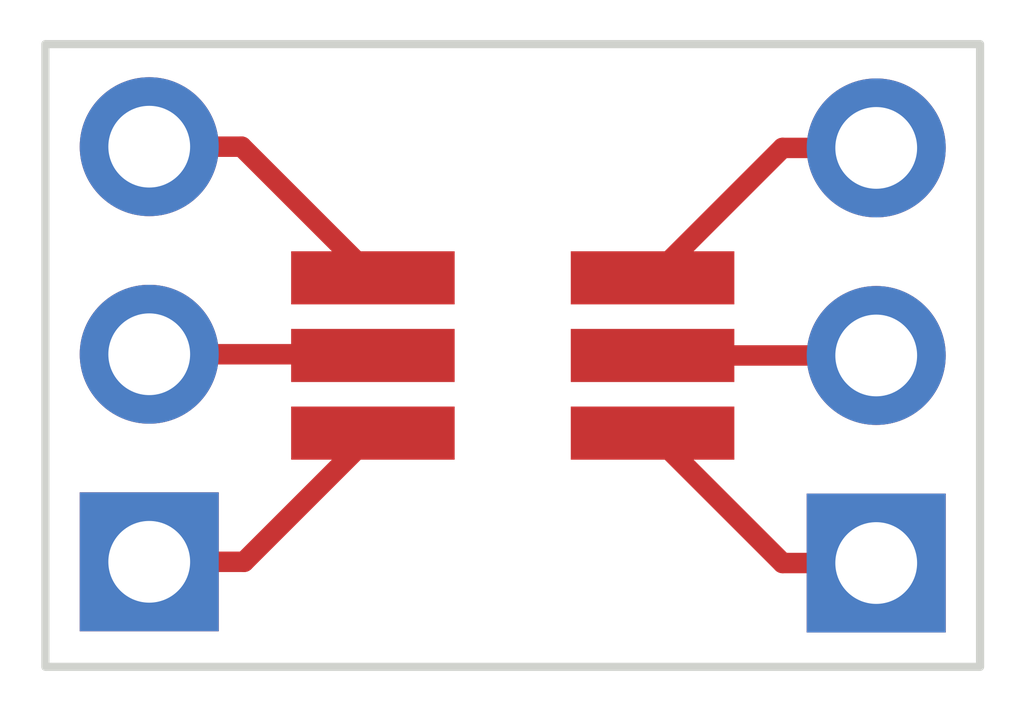
<source format=kicad_pcb>
(kicad_pcb (version 20221018) (generator pcbnew)
  (layers (0 "F.Cu" signal) (31 "B.Cu" signal) (34 "B.Paste" user) (35 "F.Paste" user) (36 "B.SilkS" user "B.Silkscreen") (37 "F.SilkS" user "F.Silkscreen") (38 "B.Mask" user) (39 "F.Mask" user) (44 "Edge.Cuts" user))
  (net 0 "")
  (net 1 "Net-(J1-Pin_1)")
  (net 2 "Net-(J1-Pin_2)")
  (net 3 "Net-(J1-Pin_3)")
  (net 4 "Net-(J1-Pin_4)")
  (net 5 "Net-(J1-Pin_5)")
  (net 6 "Net-(J1-Pin_6)")
  (footprint "Package_TO_SOT_SMD:TSOT-23-6_HandSoldering" (layer "F.Cu") (at 156.845 58.42 180)
    (fp_text reference "J1" hide)
    (fp_text value "SOT23" hide)
    (pad "1" smd rect (at -1.71 -0.95 180) (size 2 0.65) (layers "F.Cu" "F.Paste" "F.Mask") (net 1 "Net-(J1-Pin_1)"))
    (pad "2" smd rect (at -1.71 0 180) (size 2 0.65) (layers "F.Cu" "F.Paste" "F.Mask") (net 2 "Net-(J1-Pin_2)"))
    (pad "3" smd rect (at -1.71 0.95 180) (size 2 0.65) (layers "F.Cu" "F.Paste" "F.Mask") (net 3 "Net-(J1-Pin_3)"))
    (pad "4" smd rect (at 1.71 0.95 180) (size 2 0.65) (layers "F.Cu" "F.Paste" "F.Mask") (net 4 "Net-(J1-Pin_4)"))
    (pad "5" smd rect (at 1.71 0 180) (size 2 0.65) (layers "F.Cu" "F.Paste" "F.Mask") (net 5 "Net-(J1-Pin_5)"))
    (pad "6" smd rect (at 1.71 -0.95 180) (size 2 0.65) (layers "F.Cu" "F.Paste" "F.Mask") (net 6 "Net-(J1-Pin_6)"))
  )
  (footprint "Connector_PinHeader_2.54mm:PinHeader_1x03_P2.54mm_Vertical" (layer "F.Cu") (at 152.4 60.945 180)
    (fp_text reference "J2" hide)
    (fp_text value "Conn_01x03" hide)
    (pad "1" thru_hole rect (at 0 0 180) (size 1.7 1.7) (drill 1) (layers "*.Cu" "*.Mask") (net 6 "Net-(J1-Pin_6)"))
    (pad "2" thru_hole oval (at 0 2.54 180) (size 1.7 1.7) (drill 1) (layers "*.Cu" "*.Mask") (net 5 "Net-(J1-Pin_5)"))
    (pad "3" thru_hole oval (at 0 5.08 180) (size 1.7 1.7) (drill 1) (layers "*.Cu" "*.Mask") (net 4 "Net-(J1-Pin_4)"))
  )
  (footprint "Connector_PinHeader_2.54mm:PinHeader_1x03_P2.54mm_Vertical" (layer "F.Cu") (at 161.29 60.96 180)
    (fp_text reference "J3" hide)
    (fp_text value "Conn_01x03" hide)
    (pad "1" thru_hole rect (at 0 0 180) (size 1.7 1.7) (drill 1) (layers "*.Cu" "*.Mask") (net 1 "Net-(J1-Pin_1)"))
    (pad "2" thru_hole oval (at 0 2.54 180) (size 1.7 1.7) (drill 1) (layers "*.Cu" "*.Mask") (net 2 "Net-(J1-Pin_2)"))
    (pad "3" thru_hole oval (at 0 5.08 180) (size 1.7 1.7) (drill 1) (layers "*.Cu" "*.Mask") (net 3 "Net-(J1-Pin_3)"))
  )
  (gr_rect (start 151.13 54.61) (end 162.56 62.23) (stroke (width 0.1)) (fill none) (layer "Edge.Cuts"))
  (segment (start 161.29 60.96) (end 160.145 60.96) (width 0.25) (layer "F.Cu") (net 1))
  (segment (start 160.145 60.96) (end 158.555 59.37) (width 0.25) (layer "F.Cu") (net 1))
  (segment (start 158.555 58.42) (end 161.29 58.42) (width 0.25) (layer "F.Cu") (net 2))
  (segment (start 161.29 55.88) (end 160.145 55.88) (width 0.25) (layer "F.Cu") (net 3))
  (segment (start 160.145 55.88) (end 158.555 57.47) (width 0.25) (layer "F.Cu") (net 3))
  (segment (start 152.4 55.865) (end 153.53 55.865) (width 0.25) (layer "F.Cu") (net 4))
  (segment (start 153.53 55.865) (end 155.135 57.47) (width 0.25) (layer "F.Cu") (net 4))
  (segment (start 152.4 58.405) (end 155.12 58.405) (width 0.25) (layer "F.Cu") (net 5))
  (segment (start 155.12 58.405) (end 155.135 58.42) (width 0.25) (layer "F.Cu") (net 5))
  (segment (start 152.4 60.945) (end 153.56 60.945) (width 0.25) (layer "F.Cu") (net 6))
  (segment (start 153.56 60.945) (end 155.135 59.37) (width 0.25) (layer "F.Cu") (net 6))
)
</source>
